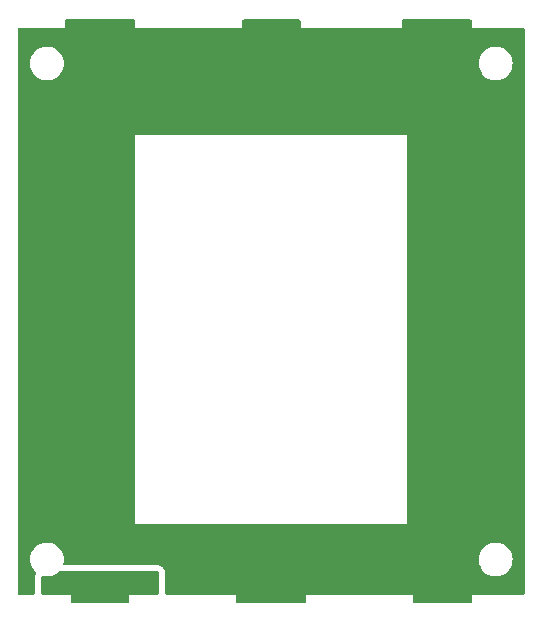
<source format=gbl>
G04 #@! TF.GenerationSoftware,KiCad,Pcbnew,(7.0.0-0)*
G04 #@! TF.CreationDate,2024-03-30T14:09:04+02:00*
G04 #@! TF.ProjectId,radio-battery-replacement,72616469-6f2d-4626-9174-746572792d72,rev?*
G04 #@! TF.SameCoordinates,Original*
G04 #@! TF.FileFunction,Copper,L2,Bot*
G04 #@! TF.FilePolarity,Positive*
%FSLAX46Y46*%
G04 Gerber Fmt 4.6, Leading zero omitted, Abs format (unit mm)*
G04 Created by KiCad (PCBNEW (7.0.0-0)) date 2024-03-30 14:09:04*
%MOMM*%
%LPD*%
G01*
G04 APERTURE LIST*
G04 #@! TA.AperFunction,ViaPad*
%ADD10C,0.800000*%
G04 #@! TD*
G04 APERTURE END LIST*
D10*
X98000000Y-117000000D03*
X99000000Y-117000000D03*
X101000000Y-117000000D03*
X100000000Y-117000000D03*
X111000000Y-118000000D03*
X130000000Y-80000000D03*
X127000000Y-111000000D03*
X113000000Y-70000000D03*
X128000000Y-71000000D03*
X112000000Y-118000000D03*
X125000000Y-118000000D03*
X113000000Y-118000000D03*
X110000000Y-70000000D03*
X92000000Y-77000000D03*
X127000000Y-80000000D03*
X126000000Y-71000000D03*
X95000000Y-70000000D03*
X130000000Y-111000000D03*
X95000000Y-111000000D03*
X109000000Y-77000000D03*
X110000000Y-118000000D03*
X126000000Y-118000000D03*
X92000000Y-111000000D03*
X127000000Y-118000000D03*
X114000000Y-77000000D03*
X95000000Y-77000000D03*
X99000000Y-70000000D03*
G04 #@! TA.AperFunction,Conductor*
G36*
X99912500Y-69292113D02*
G01*
X99957887Y-69337500D01*
X99974500Y-69399500D01*
X99974500Y-69989438D01*
X99973912Y-69995397D01*
X99974039Y-69996039D01*
X99972399Y-70000000D01*
X99974500Y-70005072D01*
X99980483Y-70019517D01*
X100000000Y-70027601D01*
X100003961Y-70025959D01*
X100004601Y-70026087D01*
X100010563Y-70025500D01*
X108989437Y-70025500D01*
X108995398Y-70026087D01*
X108996037Y-70025959D01*
X109000000Y-70027601D01*
X109019517Y-70019517D01*
X109025500Y-70005072D01*
X109027601Y-70000000D01*
X109025959Y-69996037D01*
X109026087Y-69995397D01*
X109025500Y-69989438D01*
X109025500Y-69399500D01*
X109042113Y-69337500D01*
X109087500Y-69292113D01*
X109149500Y-69275500D01*
X113850500Y-69275500D01*
X113912500Y-69292113D01*
X113957887Y-69337500D01*
X113974500Y-69399500D01*
X113974500Y-69989438D01*
X113973912Y-69995397D01*
X113974039Y-69996039D01*
X113972399Y-70000000D01*
X113974500Y-70005072D01*
X113980483Y-70019517D01*
X114000000Y-70027601D01*
X114003961Y-70025959D01*
X114004601Y-70026087D01*
X114010563Y-70025500D01*
X122489437Y-70025500D01*
X122495398Y-70026087D01*
X122496037Y-70025959D01*
X122500000Y-70027601D01*
X122519517Y-70019517D01*
X122525500Y-70005072D01*
X122527601Y-70000000D01*
X122525959Y-69996037D01*
X122526087Y-69995397D01*
X122525500Y-69989438D01*
X122525500Y-69399500D01*
X122542113Y-69337500D01*
X122587500Y-69292113D01*
X122649500Y-69275500D01*
X128350500Y-69275500D01*
X128412500Y-69292113D01*
X128457887Y-69337500D01*
X128474500Y-69399500D01*
X128474500Y-69989438D01*
X128473912Y-69995397D01*
X128474039Y-69996039D01*
X128472399Y-70000000D01*
X128474500Y-70005072D01*
X128480483Y-70019517D01*
X128500000Y-70027601D01*
X128503961Y-70025959D01*
X128504601Y-70026087D01*
X128510563Y-70025500D01*
X132850500Y-70025500D01*
X132912500Y-70042113D01*
X132957887Y-70087500D01*
X132974500Y-70149500D01*
X132974500Y-117850500D01*
X132957887Y-117912500D01*
X132912500Y-117957887D01*
X132850500Y-117974500D01*
X128510562Y-117974500D01*
X128504602Y-117973912D01*
X128503960Y-117974039D01*
X128500000Y-117972399D01*
X128494928Y-117974500D01*
X128480483Y-117980483D01*
X128472399Y-118000000D01*
X128474039Y-118003960D01*
X128473912Y-118004601D01*
X128474500Y-118010563D01*
X128474500Y-118600500D01*
X128457887Y-118662500D01*
X128412500Y-118707887D01*
X128350500Y-118724500D01*
X123649500Y-118724500D01*
X123587500Y-118707887D01*
X123542113Y-118662500D01*
X123525500Y-118600500D01*
X123525500Y-118010563D01*
X123526087Y-118004601D01*
X123525959Y-118003961D01*
X123527601Y-118000000D01*
X123519517Y-117980483D01*
X123505072Y-117974500D01*
X123500000Y-117972399D01*
X123496039Y-117974039D01*
X123495397Y-117973912D01*
X123489438Y-117974500D01*
X114510562Y-117974500D01*
X114504602Y-117973912D01*
X114503960Y-117974039D01*
X114500000Y-117972399D01*
X114494928Y-117974500D01*
X114480483Y-117980483D01*
X114472399Y-118000000D01*
X114474039Y-118003960D01*
X114473912Y-118004601D01*
X114474500Y-118010563D01*
X114474500Y-118600500D01*
X114457887Y-118662500D01*
X114412500Y-118707887D01*
X114350500Y-118724500D01*
X108649500Y-118724500D01*
X108587500Y-118707887D01*
X108542113Y-118662500D01*
X108525500Y-118600500D01*
X108525500Y-118010563D01*
X108526087Y-118004601D01*
X108525959Y-118003961D01*
X108527601Y-118000000D01*
X108519517Y-117980483D01*
X108505072Y-117974500D01*
X108500000Y-117972399D01*
X108496039Y-117974039D01*
X108495397Y-117973912D01*
X108489438Y-117974500D01*
X102637500Y-117974500D01*
X102575500Y-117957887D01*
X102530113Y-117912500D01*
X102513500Y-117850500D01*
X102513500Y-116128053D01*
X102513500Y-116124000D01*
X102496003Y-115991095D01*
X102479390Y-115929095D01*
X102428091Y-115805249D01*
X102346486Y-115698901D01*
X102301099Y-115653514D01*
X102260158Y-115622098D01*
X102201200Y-115576857D01*
X102201196Y-115576855D01*
X102194751Y-115571909D01*
X102187242Y-115568798D01*
X102187241Y-115568798D01*
X102074660Y-115522165D01*
X102074654Y-115522163D01*
X102070905Y-115520610D01*
X102066984Y-115519559D01*
X102066980Y-115519558D01*
X102012823Y-115505046D01*
X102012810Y-115505043D01*
X102008905Y-115503997D01*
X101993025Y-115501906D01*
X101880020Y-115487029D01*
X101880016Y-115487028D01*
X101876000Y-115486500D01*
X101871947Y-115486500D01*
X94006613Y-115486500D01*
X93952153Y-115473900D01*
X93908760Y-115438662D01*
X93885252Y-115387947D01*
X93886407Y-115332060D01*
X93909616Y-115240408D01*
X93910876Y-115235434D01*
X93930385Y-115000000D01*
X129069615Y-115000000D01*
X129070039Y-115005117D01*
X129088699Y-115230314D01*
X129088700Y-115230322D01*
X129089124Y-115235434D01*
X129090381Y-115240399D01*
X129090383Y-115240409D01*
X129127745Y-115387947D01*
X129147117Y-115464445D01*
X129149177Y-115469141D01*
X129239953Y-115676091D01*
X129239956Y-115676097D01*
X129242014Y-115680788D01*
X129244814Y-115685074D01*
X129244818Y-115685081D01*
X129297758Y-115766111D01*
X129371225Y-115878561D01*
X129374701Y-115882337D01*
X129374705Y-115882342D01*
X129527752Y-116048594D01*
X129527756Y-116048598D01*
X129531227Y-116052368D01*
X129717654Y-116197470D01*
X129925421Y-116309908D01*
X130148861Y-116386616D01*
X130381880Y-116425500D01*
X130612987Y-116425500D01*
X130618120Y-116425500D01*
X130851139Y-116386616D01*
X131074579Y-116309908D01*
X131282346Y-116197470D01*
X131468773Y-116052368D01*
X131628775Y-115878561D01*
X131757986Y-115680788D01*
X131852883Y-115464445D01*
X131910876Y-115235434D01*
X131930385Y-115000000D01*
X131910876Y-114764566D01*
X131852883Y-114535555D01*
X131757986Y-114319212D01*
X131628775Y-114121439D01*
X131625297Y-114117661D01*
X131625294Y-114117657D01*
X131472247Y-113951405D01*
X131472242Y-113951400D01*
X131468773Y-113947632D01*
X131375559Y-113875080D01*
X131286395Y-113805681D01*
X131286391Y-113805678D01*
X131282346Y-113802530D01*
X131277841Y-113800092D01*
X131277838Y-113800090D01*
X131079083Y-113692529D01*
X131079078Y-113692527D01*
X131074579Y-113690092D01*
X131069733Y-113688428D01*
X131069730Y-113688427D01*
X130900107Y-113630195D01*
X130851139Y-113613384D01*
X130846089Y-113612541D01*
X130846080Y-113612539D01*
X130623182Y-113575344D01*
X130623173Y-113575343D01*
X130618120Y-113574500D01*
X130381880Y-113574500D01*
X130376827Y-113575343D01*
X130376817Y-113575344D01*
X130153919Y-113612539D01*
X130153907Y-113612541D01*
X130148861Y-113613384D01*
X130144008Y-113615049D01*
X130144008Y-113615050D01*
X129930269Y-113688427D01*
X129930262Y-113688430D01*
X129925421Y-113690092D01*
X129920925Y-113692524D01*
X129920916Y-113692529D01*
X129722161Y-113800090D01*
X129722152Y-113800095D01*
X129717654Y-113802530D01*
X129713613Y-113805674D01*
X129713604Y-113805681D01*
X129535275Y-113944481D01*
X129531227Y-113947632D01*
X129527762Y-113951394D01*
X129527752Y-113951405D01*
X129374705Y-114117657D01*
X129374696Y-114117668D01*
X129371225Y-114121439D01*
X129368419Y-114125733D01*
X129368415Y-114125739D01*
X129244818Y-114314918D01*
X129244811Y-114314930D01*
X129242014Y-114319212D01*
X129239959Y-114323896D01*
X129239953Y-114323908D01*
X129149177Y-114530858D01*
X129147117Y-114535555D01*
X129145859Y-114540520D01*
X129145858Y-114540525D01*
X129090383Y-114759590D01*
X129090380Y-114759602D01*
X129089124Y-114764566D01*
X129088700Y-114769675D01*
X129088699Y-114769685D01*
X129070039Y-114994883D01*
X129069615Y-115000000D01*
X93930385Y-115000000D01*
X93910876Y-114764566D01*
X93852883Y-114535555D01*
X93757986Y-114319212D01*
X93628775Y-114121439D01*
X93625297Y-114117661D01*
X93625294Y-114117657D01*
X93472247Y-113951405D01*
X93472242Y-113951400D01*
X93468773Y-113947632D01*
X93375559Y-113875080D01*
X93286395Y-113805681D01*
X93286391Y-113805678D01*
X93282346Y-113802530D01*
X93277841Y-113800092D01*
X93277838Y-113800090D01*
X93079083Y-113692529D01*
X93079078Y-113692527D01*
X93074579Y-113690092D01*
X93069733Y-113688428D01*
X93069730Y-113688427D01*
X92900107Y-113630195D01*
X92851139Y-113613384D01*
X92846089Y-113612541D01*
X92846080Y-113612539D01*
X92623182Y-113575344D01*
X92623173Y-113575343D01*
X92618120Y-113574500D01*
X92381880Y-113574500D01*
X92376827Y-113575343D01*
X92376817Y-113575344D01*
X92153919Y-113612539D01*
X92153907Y-113612541D01*
X92148861Y-113613384D01*
X92144008Y-113615049D01*
X92144008Y-113615050D01*
X91930269Y-113688427D01*
X91930262Y-113688430D01*
X91925421Y-113690092D01*
X91920925Y-113692524D01*
X91920916Y-113692529D01*
X91722161Y-113800090D01*
X91722152Y-113800095D01*
X91717654Y-113802530D01*
X91713613Y-113805674D01*
X91713604Y-113805681D01*
X91535275Y-113944481D01*
X91531227Y-113947632D01*
X91527762Y-113951394D01*
X91527752Y-113951405D01*
X91374705Y-114117657D01*
X91374696Y-114117668D01*
X91371225Y-114121439D01*
X91368419Y-114125733D01*
X91368415Y-114125739D01*
X91244818Y-114314918D01*
X91244811Y-114314930D01*
X91242014Y-114319212D01*
X91239959Y-114323896D01*
X91239953Y-114323908D01*
X91149177Y-114530858D01*
X91147117Y-114535555D01*
X91145859Y-114540520D01*
X91145858Y-114540525D01*
X91090383Y-114759590D01*
X91090380Y-114759602D01*
X91089124Y-114764566D01*
X91088700Y-114769675D01*
X91088699Y-114769685D01*
X91070039Y-114994883D01*
X91069615Y-115000000D01*
X91070039Y-115005117D01*
X91088699Y-115230314D01*
X91088700Y-115230322D01*
X91089124Y-115235434D01*
X91090381Y-115240399D01*
X91090383Y-115240409D01*
X91127745Y-115387947D01*
X91147117Y-115464445D01*
X91149177Y-115469141D01*
X91239953Y-115676091D01*
X91239956Y-115676097D01*
X91242014Y-115680788D01*
X91244814Y-115685074D01*
X91244818Y-115685081D01*
X91297758Y-115766111D01*
X91371225Y-115878561D01*
X91374701Y-115882337D01*
X91374705Y-115882342D01*
X91527748Y-116048589D01*
X91531227Y-116052368D01*
X91535277Y-116055520D01*
X91538187Y-116058199D01*
X91570179Y-116105547D01*
X91577542Y-116162214D01*
X91558712Y-116216165D01*
X91555076Y-116221858D01*
X91555071Y-116221866D01*
X91551274Y-116227813D01*
X91548915Y-116234459D01*
X91548912Y-116234466D01*
X91513490Y-116334279D01*
X91513487Y-116334288D01*
X91512312Y-116337600D01*
X91511518Y-116341031D01*
X91511518Y-116341032D01*
X91504862Y-116369805D01*
X91499713Y-116392060D01*
X91499315Y-116395543D01*
X91499313Y-116395557D01*
X91486899Y-116504297D01*
X91486898Y-116504308D01*
X91486500Y-116507798D01*
X91486500Y-116511324D01*
X91486500Y-117850500D01*
X91469887Y-117912500D01*
X91424500Y-117957887D01*
X91362500Y-117974500D01*
X90149500Y-117974500D01*
X90087500Y-117957887D01*
X90042113Y-117912500D01*
X90025500Y-117850500D01*
X90025500Y-112000000D01*
X99972399Y-112000000D01*
X99974500Y-112005072D01*
X99980483Y-112019517D01*
X100000000Y-112027601D01*
X100003961Y-112025959D01*
X100004601Y-112026087D01*
X100010563Y-112025500D01*
X122989437Y-112025500D01*
X122995398Y-112026087D01*
X122996037Y-112025959D01*
X123000000Y-112027601D01*
X123019517Y-112019517D01*
X123025500Y-112005072D01*
X123027601Y-112000000D01*
X123025959Y-111996037D01*
X123026087Y-111995397D01*
X123025500Y-111989438D01*
X123025500Y-79110563D01*
X123026087Y-79104601D01*
X123025959Y-79103961D01*
X123027601Y-79100000D01*
X123019517Y-79080483D01*
X123005072Y-79074500D01*
X123000000Y-79072399D01*
X122996039Y-79074039D01*
X122995397Y-79073912D01*
X122989438Y-79074500D01*
X100010562Y-79074500D01*
X100004602Y-79073912D01*
X100003960Y-79074039D01*
X100000000Y-79072399D01*
X99994928Y-79074500D01*
X99980483Y-79080483D01*
X99972399Y-79100000D01*
X99974039Y-79103960D01*
X99973912Y-79104601D01*
X99974500Y-79110563D01*
X99974500Y-111989438D01*
X99973912Y-111995397D01*
X99974039Y-111996039D01*
X99972399Y-112000000D01*
X90025500Y-112000000D01*
X90025500Y-73000000D01*
X91069615Y-73000000D01*
X91070039Y-73005117D01*
X91088699Y-73230314D01*
X91088700Y-73230322D01*
X91089124Y-73235434D01*
X91090381Y-73240399D01*
X91090383Y-73240409D01*
X91142522Y-73446299D01*
X91147117Y-73464445D01*
X91149177Y-73469141D01*
X91239953Y-73676091D01*
X91239956Y-73676097D01*
X91242014Y-73680788D01*
X91244814Y-73685074D01*
X91244818Y-73685081D01*
X91348799Y-73844235D01*
X91371225Y-73878561D01*
X91374701Y-73882337D01*
X91374705Y-73882342D01*
X91527752Y-74048594D01*
X91527756Y-74048598D01*
X91531227Y-74052368D01*
X91717654Y-74197470D01*
X91925421Y-74309908D01*
X92148861Y-74386616D01*
X92381880Y-74425500D01*
X92612987Y-74425500D01*
X92618120Y-74425500D01*
X92851139Y-74386616D01*
X93074579Y-74309908D01*
X93282346Y-74197470D01*
X93468773Y-74052368D01*
X93628775Y-73878561D01*
X93757986Y-73680788D01*
X93852883Y-73464445D01*
X93910876Y-73235434D01*
X93930385Y-73000000D01*
X129069615Y-73000000D01*
X129070039Y-73005117D01*
X129088699Y-73230314D01*
X129088700Y-73230322D01*
X129089124Y-73235434D01*
X129090381Y-73240399D01*
X129090383Y-73240409D01*
X129142522Y-73446299D01*
X129147117Y-73464445D01*
X129149177Y-73469141D01*
X129239953Y-73676091D01*
X129239956Y-73676097D01*
X129242014Y-73680788D01*
X129244814Y-73685074D01*
X129244818Y-73685081D01*
X129348799Y-73844235D01*
X129371225Y-73878561D01*
X129374701Y-73882337D01*
X129374705Y-73882342D01*
X129527752Y-74048594D01*
X129527756Y-74048598D01*
X129531227Y-74052368D01*
X129717654Y-74197470D01*
X129925421Y-74309908D01*
X130148861Y-74386616D01*
X130381880Y-74425500D01*
X130612987Y-74425500D01*
X130618120Y-74425500D01*
X130851139Y-74386616D01*
X131074579Y-74309908D01*
X131282346Y-74197470D01*
X131468773Y-74052368D01*
X131628775Y-73878561D01*
X131757986Y-73680788D01*
X131852883Y-73464445D01*
X131910876Y-73235434D01*
X131930385Y-73000000D01*
X131910876Y-72764566D01*
X131852883Y-72535555D01*
X131757986Y-72319212D01*
X131628775Y-72121439D01*
X131625297Y-72117661D01*
X131625294Y-72117657D01*
X131472247Y-71951405D01*
X131472242Y-71951400D01*
X131468773Y-71947632D01*
X131375559Y-71875081D01*
X131286395Y-71805681D01*
X131286391Y-71805678D01*
X131282346Y-71802530D01*
X131277841Y-71800092D01*
X131277838Y-71800090D01*
X131079083Y-71692529D01*
X131079078Y-71692527D01*
X131074579Y-71690092D01*
X131069733Y-71688428D01*
X131069730Y-71688427D01*
X130900107Y-71630195D01*
X130851139Y-71613384D01*
X130846089Y-71612541D01*
X130846080Y-71612539D01*
X130623182Y-71575344D01*
X130623173Y-71575343D01*
X130618120Y-71574500D01*
X130381880Y-71574500D01*
X130376827Y-71575343D01*
X130376817Y-71575344D01*
X130153919Y-71612539D01*
X130153907Y-71612541D01*
X130148861Y-71613384D01*
X130144008Y-71615049D01*
X130144008Y-71615050D01*
X129930269Y-71688427D01*
X129930262Y-71688430D01*
X129925421Y-71690092D01*
X129920925Y-71692524D01*
X129920916Y-71692529D01*
X129722161Y-71800090D01*
X129722152Y-71800095D01*
X129717654Y-71802530D01*
X129713613Y-71805674D01*
X129713604Y-71805681D01*
X129535275Y-71944481D01*
X129531227Y-71947632D01*
X129527762Y-71951394D01*
X129527752Y-71951405D01*
X129374705Y-72117657D01*
X129374696Y-72117668D01*
X129371225Y-72121439D01*
X129368419Y-72125733D01*
X129368415Y-72125739D01*
X129244818Y-72314918D01*
X129244811Y-72314930D01*
X129242014Y-72319212D01*
X129239959Y-72323896D01*
X129239953Y-72323908D01*
X129149177Y-72530858D01*
X129147117Y-72535555D01*
X129145859Y-72540520D01*
X129145858Y-72540525D01*
X129090383Y-72759590D01*
X129090380Y-72759602D01*
X129089124Y-72764566D01*
X129088700Y-72769675D01*
X129088699Y-72769685D01*
X129070039Y-72994883D01*
X129069615Y-73000000D01*
X93930385Y-73000000D01*
X93910876Y-72764566D01*
X93852883Y-72535555D01*
X93757986Y-72319212D01*
X93628775Y-72121439D01*
X93625297Y-72117661D01*
X93625294Y-72117657D01*
X93472247Y-71951405D01*
X93472242Y-71951400D01*
X93468773Y-71947632D01*
X93375559Y-71875081D01*
X93286395Y-71805681D01*
X93286391Y-71805678D01*
X93282346Y-71802530D01*
X93277841Y-71800092D01*
X93277838Y-71800090D01*
X93079083Y-71692529D01*
X93079078Y-71692527D01*
X93074579Y-71690092D01*
X93069733Y-71688428D01*
X93069730Y-71688427D01*
X92900107Y-71630195D01*
X92851139Y-71613384D01*
X92846089Y-71612541D01*
X92846080Y-71612539D01*
X92623182Y-71575344D01*
X92623173Y-71575343D01*
X92618120Y-71574500D01*
X92381880Y-71574500D01*
X92376827Y-71575343D01*
X92376817Y-71575344D01*
X92153919Y-71612539D01*
X92153907Y-71612541D01*
X92148861Y-71613384D01*
X92144008Y-71615049D01*
X92144008Y-71615050D01*
X91930269Y-71688427D01*
X91930262Y-71688430D01*
X91925421Y-71690092D01*
X91920925Y-71692524D01*
X91920916Y-71692529D01*
X91722161Y-71800090D01*
X91722152Y-71800095D01*
X91717654Y-71802530D01*
X91713613Y-71805674D01*
X91713604Y-71805681D01*
X91535275Y-71944481D01*
X91531227Y-71947632D01*
X91527762Y-71951394D01*
X91527752Y-71951405D01*
X91374705Y-72117657D01*
X91374696Y-72117668D01*
X91371225Y-72121439D01*
X91368419Y-72125733D01*
X91368415Y-72125739D01*
X91244818Y-72314918D01*
X91244811Y-72314930D01*
X91242014Y-72319212D01*
X91239959Y-72323896D01*
X91239953Y-72323908D01*
X91149177Y-72530858D01*
X91147117Y-72535555D01*
X91145859Y-72540520D01*
X91145858Y-72540525D01*
X91090383Y-72759590D01*
X91090380Y-72759602D01*
X91089124Y-72764566D01*
X91088700Y-72769675D01*
X91088699Y-72769685D01*
X91070039Y-72994883D01*
X91069615Y-73000000D01*
X90025500Y-73000000D01*
X90025500Y-70149500D01*
X90042113Y-70087500D01*
X90087500Y-70042113D01*
X90149500Y-70025500D01*
X93989437Y-70025500D01*
X93995398Y-70026087D01*
X93996037Y-70025959D01*
X94000000Y-70027601D01*
X94019517Y-70019517D01*
X94025500Y-70005072D01*
X94027601Y-70000000D01*
X94025959Y-69996037D01*
X94026087Y-69995397D01*
X94025500Y-69989438D01*
X94025500Y-69399500D01*
X94042113Y-69337500D01*
X94087500Y-69292113D01*
X94149500Y-69275500D01*
X99850500Y-69275500D01*
X99912500Y-69292113D01*
G37*
G04 #@! TD.AperFunction*
G04 #@! TA.AperFunction,Conductor*
G36*
X101938000Y-116016613D02*
G01*
X101983387Y-116062000D01*
X102000000Y-116124000D01*
X102000000Y-117850500D01*
X101983387Y-117912500D01*
X101938000Y-117957887D01*
X101876000Y-117974500D01*
X99510562Y-117974500D01*
X99504602Y-117973912D01*
X99503960Y-117974039D01*
X99500000Y-117972399D01*
X99494928Y-117974500D01*
X99480483Y-117980483D01*
X99472399Y-118000000D01*
X99474039Y-118003960D01*
X99473912Y-118004601D01*
X99474500Y-118010563D01*
X99474500Y-118600500D01*
X99457887Y-118662500D01*
X99412500Y-118707887D01*
X99350500Y-118724500D01*
X94649500Y-118724500D01*
X94587500Y-118707887D01*
X94542113Y-118662500D01*
X94525500Y-118600500D01*
X94525500Y-118010563D01*
X94526087Y-118004601D01*
X94525959Y-118003961D01*
X94527601Y-118000000D01*
X94519517Y-117980483D01*
X94505072Y-117974500D01*
X94500000Y-117972399D01*
X94496039Y-117974039D01*
X94495397Y-117973912D01*
X94489438Y-117974500D01*
X92124000Y-117974500D01*
X92062000Y-117957887D01*
X92016613Y-117912500D01*
X92000000Y-117850500D01*
X92000000Y-116507798D01*
X92012599Y-116453338D01*
X92047836Y-116409946D01*
X92098550Y-116386438D01*
X92148717Y-116387473D01*
X92148861Y-116386616D01*
X92381880Y-116425500D01*
X92612987Y-116425500D01*
X92618120Y-116425500D01*
X92851139Y-116386616D01*
X93074579Y-116309908D01*
X93282346Y-116197470D01*
X93468773Y-116052368D01*
X93480143Y-116040016D01*
X93521563Y-116010444D01*
X93571373Y-116000000D01*
X101876000Y-116000000D01*
X101938000Y-116016613D01*
G37*
G04 #@! TD.AperFunction*
M02*

</source>
